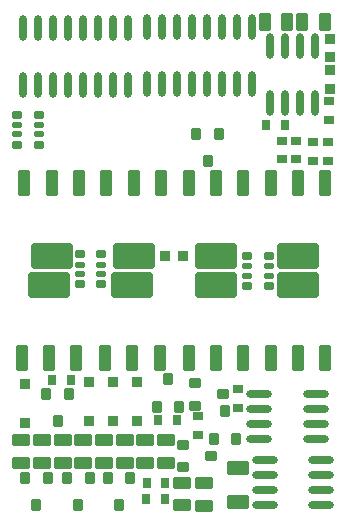
<source format=gtp>
G04*
G04 #@! TF.GenerationSoftware,Altium Limited,Altium Designer,20.2.7 (254)*
G04*
G04 Layer_Color=8421504*
%FSLAX25Y25*%
%MOIN*%
G70*
G04*
G04 #@! TF.SameCoordinates,F843C583-EBE9-4D23-8C3A-A0ED9C3F7A7C*
G04*
G04*
G04 #@! TF.FilePolarity,Positive*
G04*
G01*
G75*
G04:AMPARAMS|DCode=14|XSize=33.47mil|YSize=33.47mil|CornerRadius=3.35mil|HoleSize=0mil|Usage=FLASHONLY|Rotation=0.000|XOffset=0mil|YOffset=0mil|HoleType=Round|Shape=RoundedRectangle|*
%AMROUNDEDRECTD14*
21,1,0.03347,0.02677,0,0,0.0*
21,1,0.02677,0.03347,0,0,0.0*
1,1,0.00669,0.01339,-0.01339*
1,1,0.00669,-0.01339,-0.01339*
1,1,0.00669,-0.01339,0.01339*
1,1,0.00669,0.01339,0.01339*
%
%ADD14ROUNDEDRECTD14*%
G04:AMPARAMS|DCode=15|XSize=33.47mil|YSize=33.47mil|CornerRadius=3.35mil|HoleSize=0mil|Usage=FLASHONLY|Rotation=270.000|XOffset=0mil|YOffset=0mil|HoleType=Round|Shape=RoundedRectangle|*
%AMROUNDEDRECTD15*
21,1,0.03347,0.02677,0,0,270.0*
21,1,0.02677,0.03347,0,0,270.0*
1,1,0.00669,-0.01339,-0.01339*
1,1,0.00669,-0.01339,0.01339*
1,1,0.00669,0.01339,0.01339*
1,1,0.00669,0.01339,-0.01339*
%
%ADD15ROUNDEDRECTD15*%
G04:AMPARAMS|DCode=16|XSize=39.37mil|YSize=57.09mil|CornerRadius=3.94mil|HoleSize=0mil|Usage=FLASHONLY|Rotation=180.000|XOffset=0mil|YOffset=0mil|HoleType=Round|Shape=RoundedRectangle|*
%AMROUNDEDRECTD16*
21,1,0.03937,0.04921,0,0,180.0*
21,1,0.03150,0.05709,0,0,180.0*
1,1,0.00787,-0.01575,0.02461*
1,1,0.00787,0.01575,0.02461*
1,1,0.00787,0.01575,-0.02461*
1,1,0.00787,-0.01575,-0.02461*
%
%ADD16ROUNDEDRECTD16*%
G04:AMPARAMS|DCode=17|XSize=27.56mil|YSize=36.22mil|CornerRadius=2.76mil|HoleSize=0mil|Usage=FLASHONLY|Rotation=90.000|XOffset=0mil|YOffset=0mil|HoleType=Round|Shape=RoundedRectangle|*
%AMROUNDEDRECTD17*
21,1,0.02756,0.03071,0,0,90.0*
21,1,0.02205,0.03622,0,0,90.0*
1,1,0.00551,0.01535,0.01102*
1,1,0.00551,0.01535,-0.01102*
1,1,0.00551,-0.01535,-0.01102*
1,1,0.00551,-0.01535,0.01102*
%
%ADD17ROUNDEDRECTD17*%
G04:AMPARAMS|DCode=18|XSize=35.43mil|YSize=37.4mil|CornerRadius=3.54mil|HoleSize=0mil|Usage=FLASHONLY|Rotation=270.000|XOffset=0mil|YOffset=0mil|HoleType=Round|Shape=RoundedRectangle|*
%AMROUNDEDRECTD18*
21,1,0.03543,0.03032,0,0,270.0*
21,1,0.02835,0.03740,0,0,270.0*
1,1,0.00709,-0.01516,-0.01417*
1,1,0.00709,-0.01516,0.01417*
1,1,0.00709,0.01516,0.01417*
1,1,0.00709,0.01516,-0.01417*
%
%ADD18ROUNDEDRECTD18*%
G04:AMPARAMS|DCode=19|XSize=35.43mil|YSize=37.4mil|CornerRadius=3.54mil|HoleSize=0mil|Usage=FLASHONLY|Rotation=270.000|XOffset=0mil|YOffset=0mil|HoleType=Round|Shape=RoundedRectangle|*
%AMROUNDEDRECTD19*
21,1,0.03543,0.03032,0,0,270.0*
21,1,0.02835,0.03740,0,0,270.0*
1,1,0.00709,-0.01516,-0.01417*
1,1,0.00709,-0.01516,0.01417*
1,1,0.00709,0.01516,0.01417*
1,1,0.00709,0.01516,-0.01417*
%
%ADD19ROUNDEDRECTD19*%
G04:AMPARAMS|DCode=20|XSize=35.43mil|YSize=37.4mil|CornerRadius=3.54mil|HoleSize=0mil|Usage=FLASHONLY|Rotation=0.000|XOffset=0mil|YOffset=0mil|HoleType=Round|Shape=RoundedRectangle|*
%AMROUNDEDRECTD20*
21,1,0.03543,0.03032,0,0,0.0*
21,1,0.02835,0.03740,0,0,0.0*
1,1,0.00709,0.01417,-0.01516*
1,1,0.00709,-0.01417,-0.01516*
1,1,0.00709,-0.01417,0.01516*
1,1,0.00709,0.01417,0.01516*
%
%ADD20ROUNDEDRECTD20*%
G04:AMPARAMS|DCode=21|XSize=35.43mil|YSize=37.4mil|CornerRadius=3.54mil|HoleSize=0mil|Usage=FLASHONLY|Rotation=0.000|XOffset=0mil|YOffset=0mil|HoleType=Round|Shape=RoundedRectangle|*
%AMROUNDEDRECTD21*
21,1,0.03543,0.03032,0,0,0.0*
21,1,0.02835,0.03740,0,0,0.0*
1,1,0.00709,0.01417,-0.01516*
1,1,0.00709,-0.01417,-0.01516*
1,1,0.00709,-0.01417,0.01516*
1,1,0.00709,0.01417,0.01516*
%
%ADD21ROUNDEDRECTD21*%
G04:AMPARAMS|DCode=22|XSize=70.87mil|YSize=45.28mil|CornerRadius=4.53mil|HoleSize=0mil|Usage=FLASHONLY|Rotation=0.000|XOffset=0mil|YOffset=0mil|HoleType=Round|Shape=RoundedRectangle|*
%AMROUNDEDRECTD22*
21,1,0.07087,0.03622,0,0,0.0*
21,1,0.06181,0.04528,0,0,0.0*
1,1,0.00906,0.03091,-0.01811*
1,1,0.00906,-0.03091,-0.01811*
1,1,0.00906,-0.03091,0.01811*
1,1,0.00906,0.03091,0.01811*
%
%ADD22ROUNDEDRECTD22*%
G04:AMPARAMS|DCode=23|XSize=43.31mil|YSize=84.65mil|CornerRadius=4.33mil|HoleSize=0mil|Usage=FLASHONLY|Rotation=180.000|XOffset=0mil|YOffset=0mil|HoleType=Round|Shape=RoundedRectangle|*
%AMROUNDEDRECTD23*
21,1,0.04331,0.07598,0,0,180.0*
21,1,0.03465,0.08465,0,0,180.0*
1,1,0.00866,-0.01732,0.03799*
1,1,0.00866,0.01732,0.03799*
1,1,0.00866,0.01732,-0.03799*
1,1,0.00866,-0.01732,-0.03799*
%
%ADD23ROUNDEDRECTD23*%
G04:AMPARAMS|DCode=24|XSize=43.31mil|YSize=84.65mil|CornerRadius=4.33mil|HoleSize=0mil|Usage=FLASHONLY|Rotation=180.000|XOffset=0mil|YOffset=0mil|HoleType=Round|Shape=RoundedRectangle|*
%AMROUNDEDRECTD24*
21,1,0.04331,0.07599,0,0,180.0*
21,1,0.03465,0.08465,0,0,180.0*
1,1,0.00866,-0.01732,0.03799*
1,1,0.00866,0.01732,0.03799*
1,1,0.00866,0.01732,-0.03799*
1,1,0.00866,-0.01732,-0.03799*
%
%ADD24ROUNDEDRECTD24*%
G04:AMPARAMS|DCode=25|XSize=137.8mil|YSize=84.65mil|CornerRadius=8.47mil|HoleSize=0mil|Usage=FLASHONLY|Rotation=180.000|XOffset=0mil|YOffset=0mil|HoleType=Round|Shape=RoundedRectangle|*
%AMROUNDEDRECTD25*
21,1,0.13780,0.06772,0,0,180.0*
21,1,0.12087,0.08465,0,0,180.0*
1,1,0.01693,-0.06043,0.03386*
1,1,0.01693,0.06043,0.03386*
1,1,0.01693,0.06043,-0.03386*
1,1,0.01693,-0.06043,-0.03386*
%
%ADD25ROUNDEDRECTD25*%
G04:AMPARAMS|DCode=26|XSize=25.59mil|YSize=31.5mil|CornerRadius=2.56mil|HoleSize=0mil|Usage=FLASHONLY|Rotation=90.000|XOffset=0mil|YOffset=0mil|HoleType=Round|Shape=RoundedRectangle|*
%AMROUNDEDRECTD26*
21,1,0.02559,0.02638,0,0,90.0*
21,1,0.02047,0.03150,0,0,90.0*
1,1,0.00512,0.01319,0.01024*
1,1,0.00512,0.01319,-0.01024*
1,1,0.00512,-0.01319,-0.01024*
1,1,0.00512,-0.01319,0.01024*
%
%ADD26ROUNDEDRECTD26*%
G04:AMPARAMS|DCode=27|XSize=17.72mil|YSize=31.5mil|CornerRadius=1.77mil|HoleSize=0mil|Usage=FLASHONLY|Rotation=90.000|XOffset=0mil|YOffset=0mil|HoleType=Round|Shape=RoundedRectangle|*
%AMROUNDEDRECTD27*
21,1,0.01772,0.02795,0,0,90.0*
21,1,0.01417,0.03150,0,0,90.0*
1,1,0.00354,0.01398,0.00709*
1,1,0.00354,0.01398,-0.00709*
1,1,0.00354,-0.01398,-0.00709*
1,1,0.00354,-0.01398,0.00709*
%
%ADD27ROUNDEDRECTD27*%
%ADD28O,0.02362X0.08661*%
%ADD29O,0.08661X0.02362*%
G04:AMPARAMS|DCode=30|XSize=39.37mil|YSize=57.09mil|CornerRadius=3.94mil|HoleSize=0mil|Usage=FLASHONLY|Rotation=90.000|XOffset=0mil|YOffset=0mil|HoleType=Round|Shape=RoundedRectangle|*
%AMROUNDEDRECTD30*
21,1,0.03937,0.04921,0,0,90.0*
21,1,0.03150,0.05709,0,0,90.0*
1,1,0.00787,0.02461,0.01575*
1,1,0.00787,0.02461,-0.01575*
1,1,0.00787,-0.02461,-0.01575*
1,1,0.00787,-0.02461,0.01575*
%
%ADD30ROUNDEDRECTD30*%
G04:AMPARAMS|DCode=31|XSize=35.83mil|YSize=33.47mil|CornerRadius=3.35mil|HoleSize=0mil|Usage=FLASHONLY|Rotation=90.000|XOffset=0mil|YOffset=0mil|HoleType=Round|Shape=RoundedRectangle|*
%AMROUNDEDRECTD31*
21,1,0.03583,0.02677,0,0,90.0*
21,1,0.02913,0.03347,0,0,90.0*
1,1,0.00669,0.01339,0.01457*
1,1,0.00669,0.01339,-0.01457*
1,1,0.00669,-0.01339,-0.01457*
1,1,0.00669,-0.01339,0.01457*
%
%ADD31ROUNDEDRECTD31*%
G04:AMPARAMS|DCode=32|XSize=27.56mil|YSize=36.22mil|CornerRadius=2.76mil|HoleSize=0mil|Usage=FLASHONLY|Rotation=180.000|XOffset=0mil|YOffset=0mil|HoleType=Round|Shape=RoundedRectangle|*
%AMROUNDEDRECTD32*
21,1,0.02756,0.03071,0,0,180.0*
21,1,0.02205,0.03622,0,0,180.0*
1,1,0.00551,-0.01102,0.01535*
1,1,0.00551,0.01102,0.01535*
1,1,0.00551,0.01102,-0.01535*
1,1,0.00551,-0.01102,-0.01535*
%
%ADD32ROUNDEDRECTD32*%
D14*
X52697Y86417D02*
D03*
X58917D02*
D03*
D15*
X107677Y158917D02*
D03*
Y152697D02*
D03*
X107776Y148386D02*
D03*
Y142165D02*
D03*
D16*
X93602Y164567D02*
D03*
X86122D02*
D03*
X106004D02*
D03*
X98523D02*
D03*
D17*
X91929Y118701D02*
D03*
Y125000D02*
D03*
X96555Y118701D02*
D03*
Y125000D02*
D03*
X76968Y35925D02*
D03*
Y42224D02*
D03*
X63681Y33071D02*
D03*
Y26772D02*
D03*
X107185Y118209D02*
D03*
Y124508D02*
D03*
X107480Y138091D02*
D03*
Y131791D02*
D03*
X102165Y118209D02*
D03*
Y124508D02*
D03*
D18*
X62776Y44094D02*
D03*
X72028Y40354D02*
D03*
X68091Y19783D02*
D03*
X58839Y23524D02*
D03*
D19*
X62776Y36614D02*
D03*
X58839Y16043D02*
D03*
D20*
X69095Y25473D02*
D03*
X72835Y34724D02*
D03*
X70768Y127284D02*
D03*
X67027Y118032D02*
D03*
X27657Y12677D02*
D03*
X23917Y3425D02*
D03*
X9941D02*
D03*
X13681Y12677D02*
D03*
X37500Y3425D02*
D03*
X41240Y12677D02*
D03*
X50000Y36162D02*
D03*
X53740Y45414D02*
D03*
X17028Y31378D02*
D03*
X20768Y40630D02*
D03*
D21*
X76575Y25473D02*
D03*
X63287Y127284D02*
D03*
X20177Y12677D02*
D03*
X6201D02*
D03*
X33760D02*
D03*
X57480Y36162D02*
D03*
X13287Y40630D02*
D03*
D22*
X77165Y15945D02*
D03*
Y4527D02*
D03*
D23*
X78740Y110787D02*
D03*
X60630D02*
D03*
X78740Y52520D02*
D03*
X60630D02*
D03*
X87992D02*
D03*
X106102D02*
D03*
X87992Y110787D02*
D03*
X106102D02*
D03*
X51378D02*
D03*
X33268D02*
D03*
X5906D02*
D03*
X24016D02*
D03*
X32874Y52520D02*
D03*
X50984D02*
D03*
X23228D02*
D03*
X5118D02*
D03*
D24*
X69685Y110787D02*
D03*
X69685Y52520D02*
D03*
X97047D02*
D03*
X97047Y110787D02*
D03*
X42323D02*
D03*
X14961D02*
D03*
X41929Y52520D02*
D03*
X14173D02*
D03*
D25*
X69685Y86378D02*
D03*
X69685Y76929D02*
D03*
X97047D02*
D03*
X97047Y86378D02*
D03*
X42323D02*
D03*
X14961D02*
D03*
X41929Y76929D02*
D03*
X14173D02*
D03*
D26*
X31594Y77028D02*
D03*
X24508D02*
D03*
Y87067D02*
D03*
X31594D02*
D03*
X10630Y123583D02*
D03*
X3543D02*
D03*
Y133622D02*
D03*
X10630D02*
D03*
X87303Y86575D02*
D03*
X80216D02*
D03*
Y76535D02*
D03*
X87303D02*
D03*
D27*
X31594Y80472D02*
D03*
Y83622D02*
D03*
X24508D02*
D03*
Y80472D02*
D03*
X10630Y127028D02*
D03*
Y130177D02*
D03*
X3543D02*
D03*
Y127028D02*
D03*
X80216Y79980D02*
D03*
Y83130D02*
D03*
X87303D02*
D03*
Y79980D02*
D03*
D28*
X5433Y143661D02*
D03*
X10433D02*
D03*
X15433D02*
D03*
X20433D02*
D03*
X25433D02*
D03*
X30433D02*
D03*
X35433D02*
D03*
X40433D02*
D03*
X5433Y162559D02*
D03*
X10433D02*
D03*
X15433D02*
D03*
X20433D02*
D03*
X25433D02*
D03*
X30433D02*
D03*
X35433D02*
D03*
X40433D02*
D03*
X81870Y162756D02*
D03*
X76870D02*
D03*
X71870D02*
D03*
X66870D02*
D03*
X61870D02*
D03*
X56870D02*
D03*
X51870D02*
D03*
X46870D02*
D03*
X81870Y143858D02*
D03*
X76870D02*
D03*
X71870D02*
D03*
X66870D02*
D03*
X61870D02*
D03*
X56870D02*
D03*
X51870D02*
D03*
X46870D02*
D03*
X87775Y137461D02*
D03*
X92775D02*
D03*
X97776D02*
D03*
X102776D02*
D03*
X87775Y156358D02*
D03*
X92775D02*
D03*
X97776D02*
D03*
X102776D02*
D03*
D29*
X86024Y18681D02*
D03*
Y13681D02*
D03*
Y8681D02*
D03*
Y3681D02*
D03*
X104922Y18681D02*
D03*
Y13681D02*
D03*
Y8681D02*
D03*
Y3681D02*
D03*
X103150Y25532D02*
D03*
Y30531D02*
D03*
Y35531D02*
D03*
Y40532D02*
D03*
X84252Y25532D02*
D03*
Y30531D02*
D03*
Y35531D02*
D03*
Y40532D02*
D03*
D30*
X4921Y25059D02*
D03*
Y17579D02*
D03*
X11811D02*
D03*
Y25059D02*
D03*
X18701D02*
D03*
Y17579D02*
D03*
X25591D02*
D03*
Y25059D02*
D03*
X32480D02*
D03*
Y17579D02*
D03*
X39370D02*
D03*
Y25059D02*
D03*
X46260D02*
D03*
Y17579D02*
D03*
X53150D02*
D03*
Y25059D02*
D03*
X65650Y3307D02*
D03*
Y10787D02*
D03*
X58465Y10886D02*
D03*
Y3405D02*
D03*
D31*
X43406Y31358D02*
D03*
Y44350D02*
D03*
X6201Y43957D02*
D03*
Y30965D02*
D03*
X27362Y31358D02*
D03*
Y44350D02*
D03*
X35531D02*
D03*
Y31358D02*
D03*
D32*
X52953Y10984D02*
D03*
X46654D02*
D03*
X46555Y5374D02*
D03*
X52854D02*
D03*
X50492Y31949D02*
D03*
X56791D02*
D03*
X86417Y130118D02*
D03*
X92716D02*
D03*
X21358Y45335D02*
D03*
X15059D02*
D03*
M02*

</source>
